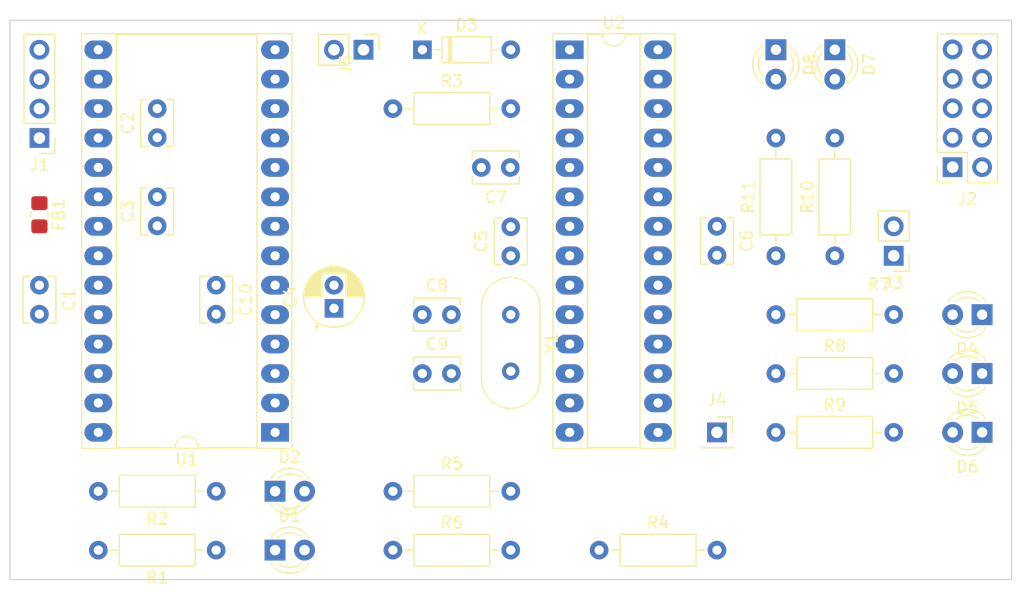
<source format=kicad_pcb>
(kicad_pcb (version 20211014) (generator pcbnew)
  (layers (0 "F.Cu" signal) (31 "B.Cu" signal) (34 "B.Paste" user) (35 "F.Paste" user) (36 "B.SilkS" user "B.Silkscreen") (37 "F.SilkS" user "F.Silkscreen") (38 "B.Mask" user) (39 "F.Mask" user) (44 "Edge.Cuts" user))
  (net 0 "")
  (net 1 "VCC")
  (net 2 "GND")
  (net 3 "Net-(C2-Pad2)")
  (net 4 "/RESET_AT")
  (net 5 "/XTAL1_AT")
  (net 6 "/XTAL2_AT")
  (net 7 "Net-(D1-Pad1)")
  (net 8 "Net-(D2-Pad1)")
  (net 9 "Net-(FB1-Pad1)")
  (net 10 "/USB_D-")
  (net 11 "/USB_D+")
  (net 12 "Net-(J2-Pad2)")
  (net 14 "/MISO_PRG")
  (net 15 "/MOSI_PRG")
  (net 16 "/SCK_PRG")
  (net 17 "/RST_PRG#")
  (net 18 "/DTR_FT232#")
  (net 19 "/RXD_FT232")
  (net 20 "/MISO_AT")
  (net 21 "/MOSI_AT")
  (net 22 "/SCK_AT")
  (net 23 "/RTS_FT232#")
  (net 24 "/TXD_FT232")
  (net 26 "/TXLED#")
  (net 27 "/RXLED#")
  (net 38 "/RED_AT")
  (net 39 "/YELLOW_AT")
  (net 40 "/GREEN_AT")
  (net 42 "/EMCLK_AT")
  (net 47 "Net-(D4-Pad2)")
  (net 48 "Net-(D5-Pad2)")
  (net 49 "Net-(D6-Pad2)")
  (net 50 "Net-(D7-Pad2)")
  (net 51 "Net-(D8-Pad2)")
  (footprint "LED_THT:LED_D3.0mm" (layer "F.Cu") (at 109.22 91.44 180)
    (fp_text reference "D6" (at 1.27 -2.96) (layer "F.SilkS"))
    (fp_text value "GLED")
    (pad "1" thru_hole rect (at 0 0 180) (size 1.8 1.8) (drill 0.9) (layers *.Cu *.Mask) (net 2 "GND"))
    (pad "2" thru_hole circle (at 2.54 0 180) (size 1.8 1.8) (drill 0.9) (layers *.Cu *.Mask) (net 49 "Net-(D6-Pad2)"))
  )
  (footprint "Capacitor_THT:C_Disc_D3.8mm_W2.6mm_P2.50mm" (layer "F.Cu") (at 68.58 76.2 90)
    (fp_text reference "C5" (at 1.25 -2.55 90) (layer "F.SilkS"))
    (fp_text value "100nF")
    (pad "1" thru_hole circle (at 0 0 90) (size 1.6 1.6) (drill 0.8) (layers *.Cu *.Mask) (net 2 "GND"))
    (pad "2" thru_hole circle (at 2.5 0 90) (size 1.6 1.6) (drill 0.8) (layers *.Cu *.Mask) (net 1 "VCC"))
  )
  (footprint "Capacitor_THT:C_Disc_D3.8mm_W2.6mm_P2.50mm" (layer "F.Cu") (at 38.1 66 90)
    (fp_text reference "C2" (at 1.25 -2.55 90) (layer "F.SilkS"))
    (fp_text value "100nF")
    (pad "1" thru_hole circle (at 0 0 90) (size 1.6 1.6) (drill 0.8) (layers *.Cu *.Mask) (net 2 "GND"))
    (pad "2" thru_hole circle (at 2.5 0 90) (size 1.6 1.6) (drill 0.8) (layers *.Cu *.Mask) (net 3 "Net-(C2-Pad2)"))
  )
  (footprint "Resistor_THT:R_Axial_DIN0207_L6.3mm_D2.5mm_P10.16mm_Horizontal" (layer "F.Cu") (at 58.42 63.5)
    (fp_text reference "R3" (at 5.08 -2.37) (layer "F.SilkS"))
    (fp_text value "4.7k")
    (pad "1" thru_hole circle (at 0 0) (size 1.6 1.6) (drill 0.8) (layers *.Cu *.Mask) (net 1 "VCC"))
    (pad "2" thru_hole oval (at 10.16 0) (size 1.6 1.6) (drill 0.8) (layers *.Cu *.Mask) (net 4 "/RESET_AT"))
  )
  (footprint "Resistor_THT:R_Axial_DIN0207_L6.3mm_D2.5mm_P10.16mm_Horizontal" (layer "F.Cu") (at 43.18 96.52 180)
    (fp_text reference "R2" (at 5.08 -2.37) (layer "F.SilkS"))
    (fp_text value "1.5k")
    (pad "1" thru_hole circle (at 0 0 180) (size 1.6 1.6) (drill 0.8) (layers *.Cu *.Mask) (net 8 "Net-(D2-Pad1)"))
    (pad "2" thru_hole oval (at 10.16 0 180) (size 1.6 1.6) (drill 0.8) (layers *.Cu *.Mask) (net 27 "/RXLED#"))
  )
  (footprint "LED_THT:LED_D3.0mm" (layer "F.Cu") (at 109.22 86.36 180)
    (fp_text reference "D5" (at 1.27 -2.96) (layer "F.SilkS"))
    (fp_text value "YLED")
    (pad "1" thru_hole rect (at 0 0 180) (size 1.8 1.8) (drill 0.9) (layers *.Cu *.Mask) (net 2 "GND"))
    (pad "2" thru_hole circle (at 2.54 0 180) (size 1.8 1.8) (drill 0.9) (layers *.Cu *.Mask) (net 48 "Net-(D5-Pad2)"))
  )
  (footprint "Resistor_THT:R_Axial_DIN0207_L6.3mm_D2.5mm_P10.16mm_Horizontal" (layer "F.Cu") (at 58.42 101.6)
    (fp_text reference "R6" (at 5.08 -2.37) (layer "F.SilkS"))
    (fp_text value "1k")
    (pad "1" thru_hole circle (at 0 0) (size 1.6 1.6) (drill 0.8) (layers *.Cu *.Mask) (net 24 "/TXD_FT232"))
    (pad "2" thru_hole oval (at 10.16 0) (size 1.6 1.6) (drill 0.8) (layers *.Cu *.Mask) (net 22 "/SCK_AT"))
  )
  (footprint "Capacitor_THT:C_Disc_D3.8mm_W2.6mm_P2.50mm" (layer "F.Cu") (at 38.1 73.62 90)
    (fp_text reference "C3" (at 1.25 -2.55 90) (layer "F.SilkS"))
    (fp_text value "100nF")
    (pad "1" thru_hole circle (at 0 0 90) (size 1.6 1.6) (drill 0.8) (layers *.Cu *.Mask) (net 2 "GND"))
    (pad "2" thru_hole circle (at 2.5 0 90) (size 1.6 1.6) (drill 0.8) (layers *.Cu *.Mask) (net 1 "VCC"))
  )
  (footprint "LED_THT:LED_D3.0mm" (layer "F.Cu") (at 48.26 101.6)
    (fp_text reference "D1" (at 1.27 -2.96) (layer "F.SilkS"))
    (fp_text value "LED")
    (pad "1" thru_hole rect (at 0 0) (size 1.8 1.8) (drill 0.9) (layers *.Cu *.Mask) (net 7 "Net-(D1-Pad1)"))
    (pad "2" thru_hole circle (at 2.54 0) (size 1.8 1.8) (drill 0.9) (layers *.Cu *.Mask) (net 1 "VCC"))
  )
  (footprint "LED_THT:LED_D3.0mm" (layer "F.Cu") (at 91.44 58.42 -90)
    (fp_text reference "D8" (at 1.27 -2.96 90) (layer "F.SilkS"))
    (fp_text value "PWRLED")
    (pad "1" thru_hole rect (at 0 0 270) (size 1.8 1.8) (drill 0.9) (layers *.Cu *.Mask) (net 2 "GND"))
    (pad "2" thru_hole circle (at 2.54 0 270) (size 1.8 1.8) (drill 0.9) (layers *.Cu *.Mask) (net 51 "Net-(D8-Pad2)"))
  )
  (footprint "Resistor_THT:R_Axial_DIN0207_L6.3mm_D2.5mm_P10.16mm_Horizontal" (layer "F.Cu") (at 91.44 91.44)
    (fp_text reference "R9" (at 5.08 -2.37) (layer "F.SilkS"))
    (fp_text value "1.5k")
    (pad "1" thru_hole circle (at 0 0) (size 1.6 1.6) (drill 0.8) (layers *.Cu *.Mask) (net 40 "/GREEN_AT"))
    (pad "2" thru_hole oval (at 10.16 0) (size 1.6 1.6) (drill 0.8) (layers *.Cu *.Mask) (net 49 "Net-(D6-Pad2)"))
  )
  (footprint "Crystal:Crystal_HC49-U_Vertical" (layer "F.Cu") (at 68.58 81.28 -90)
    (fp_text reference "Y1" (at 2.44 -3.525 90) (layer "F.SilkS"))
    (fp_text value "16MHz")
    (pad "1" thru_hole circle (at 0 0 270) (size 1.5 1.5) (drill 0.8) (layers *.Cu *.Mask) (net 5 "/XTAL1_AT"))
    (pad "2" thru_hole circle (at 4.88 0 270) (size 1.5 1.5) (drill 0.8) (layers *.Cu *.Mask) (net 6 "/XTAL2_AT"))
  )
  (footprint "Package_DIP:DIP-28_W15.24mm_Socket_LongPads" (layer "F.Cu") (at 48.26 91.44 180)
    (fp_text reference "U1" (at 7.62 -2.33) (layer "F.SilkS"))
    (fp_text value "FT232RL")
    (pad "1" thru_hole rect (at 0 0 180) (size 2.4 1.6) (drill 0.8) (layers *.Cu *.Mask) (net 24 "/TXD_FT232"))
    (pad "2" thru_hole oval (at 0 2.54 180) (size 2.4 1.6) (drill 0.8) (layers *.Cu *.Mask) (net 18 "/DTR_FT232#"))
    (pad "3" thru_hole oval (at 0 5.08 180) (size 2.4 1.6) (drill 0.8) (layers *.Cu *.Mask) (net 23 "/RTS_FT232#"))
    (pad "4" thru_hole oval (at 0 7.62 180) (size 2.4 1.6) (drill 0.8) (layers *.Cu *.Mask) (net 1 "VCC"))
    (pad "5" thru_hole oval (at 0 10.16 180) (size 2.4 1.6) (drill 0.8) (layers *.Cu *.Mask) (net 19 "/RXD_FT232"))
    (pad "6" thru_hole oval (at 0 12.7 180) (size 2.4 1.6) (drill 0.8) (layers *.Cu *.Mask))
    (pad "7" thru_hole oval (at 0 15.24 180) (size 2.4 1.6) (drill 0.8) (layers *.Cu *.Mask) (net 2 "GND"))
    (pad "8" thru_hole oval (at 0 17.78 180) (size 2.4 1.6) (drill 0.8) (layers *.Cu *.Mask))
    (pad "9" thru_hole oval (at 0 20.32 180) (size 2.4 1.6) (drill 0.8) (layers *.Cu *.Mask))
    (pad "10" thru_hole oval (at 0 22.86 180) (size 2.4 1.6) (drill 0.8) (layers *.Cu *.Mask))
    (pad "11" thru_hole oval (at 0 25.4 180) (size 2.4 1.6) (drill 0.8) (layers *.Cu *.Mask))
    (pad "12" thru_hole oval (at 0 27.94 180) (size 2.4 1.6) (drill 0.8) (layers *.Cu *.Mask))
    (pad "13" thru_hole oval (at 0 30.48 180) (size 2.4 1.6) (drill 0.8) (layers *.Cu *.Mask))
    (pad "14" thru_hole oval (at 0 33.02 180) (size 2.4 1.6) (drill 0.8) (layers *.Cu *.Mask))
    (pad "15" thru_hole oval (at 15.24 33.02 180) (size 2.4 1.6) (drill 0.8) (layers *.Cu *.Mask) (net 11 "/USB_D+"))
    (pad "16" thru_hole oval (at 15.24 30.48 180) (size 2.4 1.6) (drill 0.8) (layers *.Cu *.Mask) (net 10 "/USB_D-"))
    (pad "17" thru_hole oval (at 15.24 27.94 180) (size 2.4 1.6) (drill 0.8) (layers *.Cu *.Mask) (net 3 "Net-(C2-Pad2)"))
    (pad "18" thru_hole oval (at 15.24 25.4 180) (size 2.4 1.6) (drill 0.8) (layers *.Cu *.Mask) (net 2 "GND"))
    (pad "19" thru_hole oval (at 15.24 22.86 180) (size 2.4 1.6) (drill 0.8) (layers *.Cu *.Mask))
    (pad "20" thru_hole oval (at 15.24 20.32 180) (size 2.4 1.6) (drill 0.8) (layers *.Cu *.Mask) (net 1 "VCC"))
    (pad "21" thru_hole oval (at 15.24 17.78 180) (size 2.4 1.6) (drill 0.8) (layers *.Cu *.Mask) (net 2 "GND"))
    (pad "22" thru_hole oval (at 15.24 15.24 180) (size 2.4 1.6) (drill 0.8) (layers *.Cu *.Mask) (net 27 "/RXLED#"))
    (pad "23" thru_hole oval (at 15.24 12.7 180) (size 2.4 1.6) (drill 0.8) (layers *.Cu *.Mask) (net 26 "/TXLED#"))
    (pad "24" thru_hole oval (at 15.24 10.16 180) (size 2.4 1.6) (drill 0.8) (layers *.Cu *.Mask))
    (pad "25" thru_hole oval (at 15.24 7.62 180) (size 2.4 1.6) (drill 0.8) (layers *.Cu *.Mask) (net 2 "GND"))
    (pad "26" thru_hole oval (at 15.24 5.08 180) (size 2.4 1.6) (drill 0.8) (layers *.Cu *.Mask) (net 2 "GND"))
    (pad "27" thru_hole oval (at 15.24 2.54 180) (size 2.4 1.6) (drill 0.8) (layers *.Cu *.Mask))
    (pad "28" thru_hole oval (at 15.24 0 180) (size 2.4 1.6) (drill 0.8) (layers *.Cu *.Mask))
  )
  (footprint "Resistor_THT:R_Axial_DIN0207_L6.3mm_D2.5mm_P10.16mm_Horizontal" (layer "F.Cu") (at 91.44 86.36)
    (fp_text reference "R8" (at 5.08 -2.37) (layer "F.SilkS"))
    (fp_text value "1.6k")
    (pad "1" thru_hole circle (at 0 0) (size 1.6 1.6) (drill 0.8) (layers *.Cu *.Mask) (net 39 "/YELLOW_AT"))
    (pad "2" thru_hole oval (at 10.16 0) (size 1.6 1.6) (drill 0.8) (layers *.Cu *.Mask) (net 48 "Net-(D5-Pad2)"))
  )
  (footprint "Connector_PinHeader_2.54mm:PinHeader_1x02_P2.54mm_Vertical" (layer "F.Cu") (at 101.6 76.2 180)
    (fp_text reference "J3" (at 0 -2.33) (layer "F.SilkS"))
    (fp_text value "PROG_PWR")
    (pad "1" thru_hole rect (at 0 0 180) (size 1.7 1.7) (drill 1) (layers *.Cu *.Mask) (net 12 "Net-(J2-Pad2)"))
    (pad "2" thru_hole oval (at 0 2.54 180) (size 1.7 1.7) (drill 1) (layers *.Cu *.Mask) (net 1 "VCC"))
  )
  (footprint "Resistor_THT:R_Axial_DIN0207_L6.3mm_D2.5mm_P10.16mm_Horizontal" (layer "F.Cu") (at 91.44 76.2 90)
    (fp_text reference "R11" (at 5.08 -2.37 90) (layer "F.SilkS"))
    (fp_text value "1.5k")
    (pad "1" thru_hole circle (at 0 0 90) (size 1.6 1.6) (drill 0.8) (layers *.Cu *.Mask) (net 1 "VCC"))
    (pad "2" thru_hole oval (at 10.16 0 90) (size 1.6 1.6) (drill 0.8) (layers *.Cu *.Mask) (net 51 "Net-(D8-Pad2)"))
  )
  (footprint "LED_THT:LED_D3.0mm" (layer "F.Cu") (at 96.52 58.42 -90)
    (fp_text reference "D7" (at 1.27 -2.96 -270) (layer "F.SilkS"))
    (fp_text value "PPWRLED")
    (pad "1" thru_hole rect (at 0 0 270) (size 1.8 1.8) (drill 0.9) (layers *.Cu *.Mask) (net 2 "GND"))
    (pad "2" thru_hole circle (at 2.54 0 270) (size 1.8 1.8) (drill 0.9) (layers *.Cu *.Mask) (net 50 "Net-(D7-Pad2)"))
  )
  (footprint "Resistor_THT:R_Axial_DIN0207_L6.3mm_D2.5mm_P10.16mm_Horizontal" (layer "F.Cu") (at 43.18 101.6 180)
    (fp_text reference "R1" (at 5.08 -2.37) (layer "F.SilkS"))
    (fp_text value "1.5k")
    (pad "1" thru_hole circle (at 0 0 180) (size 1.6 1.6) (drill 0.8) (layers *.Cu *.Mask) (net 7 "Net-(D1-Pad1)"))
    (pad "2" thru_hole oval (at 10.16 0 180) (size 1.6 1.6) (drill 0.8) (layers *.Cu *.Mask) (net 26 "/TXLED#"))
  )
  (footprint "Capacitor_THT:C_Disc_D3.8mm_W2.6mm_P2.50mm" (layer "F.Cu") (at 43.18 78.74 -90)
    (fp_text reference "C10" (at 1.25 -2.55 90) (layer "F.SilkS"))
    (fp_text value "100nF")
    (pad "1" thru_hole circle (at 0 0 270) (size 1.6 1.6) (drill 0.8) (layers *.Cu *.Mask) (net 2 "GND"))
    (pad "2" thru_hole circle (at 2.5 0 270) (size 1.6 1.6) (drill 0.8) (layers *.Cu *.Mask) (net 1 "VCC"))
  )
  (footprint "Capacitor_THT:CP_Radial_D5.0mm_P2.00mm" (layer "F.Cu") (at 53.34 80.74 90)
    (fp_text reference "C4" (at 1 -3.75 90) (layer "F.SilkS"))
    (fp_text value "4.7uF")
    (pad "1" thru_hole rect (at 0 0 90) (size 1.6 1.6) (drill 0.8) (layers *.Cu *.Mask) (net 1 "VCC"))
    (pad "2" thru_hole circle (at 2 0 90) (size 1.6 1.6) (drill 0.8) (layers *.Cu *.Mask) (net 2 "GND"))
  )
  (footprint "Connector_PinHeader_2.54mm:PinHeader_1x02_P2.54mm_Vertical" (layer "F.Cu") (at 55.88 58.42 -90)
    (fp_text reference "J5" (at 1.27 1.48 90) (layer "F.SilkS"))
    (fp_text value "SELF_PROG")
    (pad "1" thru_hole rect (at 0 0 270) (size 1.7 1.7) (drill 1) (layers *.Cu *.Mask) (net 4 "/RESET_AT"))
    (pad "2" thru_hole oval (at 0 2.54 270) (size 1.7 1.7) (drill 1) (layers *.Cu *.Mask) (net 18 "/DTR_FT232#"))
  )
  (footprint "Resistor_THT:R_Axial_DIN0207_L6.3mm_D2.5mm_P10.16mm_Horizontal" (layer "F.Cu") (at 91.44 81.28)
    (fp_text reference "R7" (at 8.89 -2.6) (layer "F.SilkS"))
    (fp_text value "1.8k")
    (pad "1" thru_hole circle (at 0 0) (size 1.6 1.6) (drill 0.8) (layers *.Cu *.Mask) (net 38 "/RED_AT"))
    (pad "2" thru_hole oval (at 10.16 0) (size 1.6 1.6) (drill 0.8) (layers *.Cu *.Mask) (net 47 "Net-(D4-Pad2)"))
  )
  (footprint "Resistor_SMD:R_0805_2012Metric_Pad1.20x1.40mm_HandSolder" (layer "F.Cu") (at 27.94 72.66 -90)
    (fp_text reference "FB1" (at 0 -1.65 90) (layer "F.SilkS"))
    (fp_text value "FerriteBead")
    (pad "1" smd roundrect (at -1 0 270) (size 1.2 1.4) (layers "F.Cu" "F.Paste" "F.Mask") (roundrect_rratio 0.208333) (net 9 "Net-(FB1-Pad1)"))
    (pad "2" smd roundrect (at 1 0 270) (size 1.2 1.4) (layers "F.Cu" "F.Paste" "F.Mask") (roundrect_rratio 0.208333) (net 1 "VCC"))
  )
  (footprint "Capacitor_THT:C_Disc_D3.8mm_W2.6mm_P2.50mm" (layer "F.Cu") (at 60.96 81.28)
    (fp_text reference "C8" (at 1.25 -2.55) (layer "F.SilkS"))
    (fp_text value "22pF")
    (pad "1" thru_hole circle (at 0 0) (size 1.6 1.6) (drill 0.8) (layers *.Cu *.Mask) (net 2 "GND"))
    (pad "2" thru_hole circle (at 2.5 0) (size 1.6 1.6) (drill 0.8) (layers *.Cu *.Mask) (net 5 "/XTAL1_AT"))
  )
  (footprint "Capacitor_THT:C_Disc_D3.8mm_W2.6mm_P2.50mm" (layer "F.Cu") (at 27.94 78.74 -90)
    (fp_text reference "C1" (at 1.25 -2.55 90) (layer "F.SilkS"))
    (fp_text value "10nF")
    (pad "1" thru_hole circle (at 0 0 270) (size 1.6 1.6) (drill 0.8) (layers *.Cu *.Mask) (net 1 "VCC"))
    (pad "2" thru_hole circle (at 2.5 0 270) (size 1.6 1.6) (drill 0.8) (layers *.Cu *.Mask) (net 2 "GND"))
  )
  (footprint "Resistor_THT:R_Axial_DIN0207_L6.3mm_D2.5mm_P10.16mm_Horizontal" (layer "F.Cu") (at 76.2 101.6)
    (fp_text reference "R4" (at 5.08 -2.37) (layer "F.SilkS"))
    (fp_text value "1k")
    (pad "1" thru_hole circle (at 0 0) (size 1.6 1.6) (drill 0.8) (layers *.Cu *.Mask) (net 19 "/RXD_FT232"))
    (pad "2" thru_hole oval (at 10.16 0) (size 1.6 1.6) (drill 0.8) (layers *.Cu *.Mask) (net 20 "/MISO_AT"))
  )
  (footprint "Capacitor_THT:C_Disc_D3.8mm_W2.6mm_P2.50mm" (layer "F.Cu") (at 60.96 86.36)
    (fp_text reference "C9" (at 1.25 -2.55) (layer "F.SilkS"))
    (fp_text value "22pF")
    (pad "1" thru_hole circle (at 0 0) (size 1.6 1.6) (drill 0.8) (layers *.Cu *.Mask) (net 2 "GND"))
    (pad "2" thru_hole circle (at 2.5 0) (size 1.6 1.6) (drill 0.8) (layers *.Cu *.Mask) (net 6 "/XTAL2_AT"))
  )
  (footprint "Resistor_THT:R_Axial_DIN0207_L6.3mm_D2.5mm_P10.16mm_Horizontal" (layer "F.Cu") (at 58.42 96.52)
    (fp_text reference "R5" (at 5.08 -2.37) (layer "F.SilkS"))
    (fp_text value "1k")
    (pad "1" thru_hole circle (at 0 0) (size 1.6 1.6) (drill 0.8) (layers *.Cu *.Mask) (net 23 "/RTS_FT232#"))
    (pad "2" thru_hole oval (at 10.16 0) (size 1.6 1.6) (drill 0.8) (layers *.Cu *.Mask) (net 21 "/MOSI_AT"))
  )
  (footprint "Connector_PinSocket_2.54mm:PinSocket_1x01_P2.54mm_Vertical" (layer "F.Cu") (at 86.36 91.44)
    (fp_text reference "J4" (at 0 -2.77) (layer "F.SilkS"))
    (fp_text value "EMCLK")
    (pad "1" thru_hole rect (at 0 0) (size 1.7 1.7) (drill 1) (layers *.Cu *.Mask) (net 42 "/EMCLK_AT"))
  )
  (footprint "Capacitor_THT:C_Disc_D3.8mm_W2.6mm_P2.50mm" (layer "F.Cu") (at 86.36 73.66 -90)
    (fp_text reference "C6" (at 1.25 -2.55 90) (layer "F.SilkS"))
    (fp_text value "100nF")
    (pad "1" thru_hole circle (at 0 0 270) (size 1.6 1.6) (drill 0.8) (layers *.Cu *.Mask) (net 2 "GND"))
    (pad "2" thru_hole circle (at 2.5 0 270) (size 1.6 1.6) (drill 0.8) (layers *.Cu *.Mask) (net 1 "VCC"))
  )
  (footprint "Connector_PinHeader_2.54mm:PinHeader_1x04_P2.54mm_Vertical" (layer "F.Cu") (at 27.94 66.04 180)
    (fp_text reference "J1" (at 0 -2.33 180) (layer "F.SilkS"))
    (fp_text value "USB_B")
    (pad "1" thru_hole rect (at 0 0 180) (size 1.7 1.7) (drill 1) (layers *.Cu *.Mask) (net 2 "GND"))
    (pad "2" thru_hole oval (at 0 2.54 180) (size 1.7 1.7) (drill 1) (layers *.Cu *.Mask) (net 9 "Net-(FB1-Pad1)"))
    (pad "3" thru_hole oval (at 0 5.08 180) (size 1.7 1.7) (drill 1) (layers *.Cu *.Mask) (net 10 "/USB_D-"))
    (pad "4" thru_hole oval (at 0 7.62 180) (size 1.7 1.7) (drill 1) (layers *.Cu *.Mask) (net 11 "/USB_D+"))
  )
  (footprint "LED_THT:LED_D3.0mm" (layer "F.Cu") (at 48.26 96.52)
    (fp_text reference "D2" (at 1.27 -2.96) (layer "F.SilkS"))
    (fp_text value "LED")
    (pad "1" thru_hole rect (at 0 0) (size 1.8 1.8) (drill 0.9) (layers *.Cu *.Mask) (net 8 "Net-(D2-Pad1)"))
    (pad "2" thru_hole circle (at 2.54 0) (size 1.8 1.8) (drill 0.9) (layers *.Cu *.Mask) (net 1 "VCC"))
  )
  (footprint "Connector_PinSocket_2.54mm:PinSocket_2x05_P2.54mm_Vertical" (layer "F.Cu") (at 106.68 68.55 180)
    (fp_text reference "J2" (at -1.27 -2.77) (layer "F.SilkS"))
    (fp_text value "AVR-ISP-10")
    (pad "1" thru_hole rect (at 0 0 180) (size 1.7 1.7) (drill 1) (layers *.Cu *.Mask) (net 15 "/MOSI_PRG"))
    (pad "2" thru_hole oval (at -2.54 0 180) (size 1.7 1.7) (drill 1) (layers *.Cu *.Mask) (net 12 "Net-(J2-Pad2)"))
    (pad "3" thru_hole oval (at 0 2.54 180) (size 1.7 1.7) (drill 1) (layers *.Cu *.Mask))
    (pad "4" thru_hole oval (at -2.54 2.54 180) (size 1.7 1.7) (drill 1) (layers *.Cu *.Mask) (net 2 "GND"))
    (pad "5" thru_hole oval (at 0 5.08 180) (size 1.7 1.7) (drill 1) (layers *.Cu *.Mask) (net 17 "/RST_PRG#"))
    (pad "6" thru_hole oval (at -2.54 5.08 180) (size 1.7 1.7) (drill 1) (layers *.Cu *.Mask) (net 2 "GND"))
    (pad "7" thru_hole oval (at 0 7.62 180) (size 1.7 1.7) (drill 1) (layers *.Cu *.Mask) (net 16 "/SCK_PRG"))
    (pad "8" thru_hole oval (at -2.54 7.62 180) (size 1.7 1.7) (drill 1) (layers *.Cu *.Mask) (net 2 "GND"))
    (pad "9" thru_hole oval (at 0 10.16 180) (size 1.7 1.7) (drill 1) (layers *.Cu *.Mask) (net 14 "/MISO_PRG"))
    (pad "10" thru_hole oval (at -2.54 10.16 180) (size 1.7 1.7) (drill 1) (layers *.Cu *.Mask) (net 2 "GND"))
  )
  (footprint "LED_THT:LED_D3.0mm" (layer "F.Cu") (at 109.22 81.28 180)
    (fp_text reference "D4" (at 1.27 -2.96) (layer "F.SilkS"))
    (fp_text value "RLED")
    (pad "1" thru_hole rect (at 0 0 180) (size 1.8 1.8) (drill 0.9) (layers *.Cu *.Mask) (net 2 "GND"))
    (pad "2" thru_hole circle (at 2.54 0 180) (size 1.8 1.8) (drill 0.9) (layers *.Cu *.Mask) (net 47 "Net-(D4-Pad2)"))
  )
  (footprint "Capacitor_THT:C_Disc_D3.8mm_W2.6mm_P2.50mm" (layer "F.Cu") (at 68.54 68.58 180)
    (fp_text reference "C7" (at 1.25 -2.55) (layer "F.SilkS"))
    (fp_text value "100nF")
    (pad "1" thru_hole circle (at 0 0 180) (size 1.6 1.6) (drill 0.8) (layers *.Cu *.Mask) (net 2 "GND"))
    (pad "2" thru_hole circle (at 2.5 0 180) (size 1.6 1.6) (drill 0.8) (layers *.Cu *.Mask) (net 4 "/RESET_AT"))
  )
  (footprint "Diode_THT:D_DO-35_SOD27_P7.62mm_Horizontal" (layer "F.Cu") (at 60.96 58.42)
    (fp_text reference "D3" (at 3.81 -2.12) (layer "F.SilkS"))
    (fp_text value "1N4148")
    (fp_text user "K" (at 0 -1.8) (layer "F.SilkS"))
    (pad "1" thru_hole rect (at 0 0) (size 1.6 1.6) (drill 0.8) (layers *.Cu *.Mask) (net 1 "VCC"))
    (pad "2" thru_hole oval (at 7.62 0) (size 1.6 1.6) (drill 0.8) (layers *.Cu *.Mask) (net 4 "/RESET_AT"))
  )
  (footprint "Resistor_THT:R_Axial_DIN0207_L6.3mm_D2.5mm_P10.16mm_Horizontal" (layer "F.Cu") (at 96.52 76.2 90)
    (fp_text reference "R10" (at 5.08 -2.37 90) (layer "F.SilkS"))
    (fp_text value "1.5k")
    (pad "1" thru_hole circle (at 0 0 90) (size 1.6 1.6) (drill 0.8) (layers *.Cu *.Mask) (net 12 "Net-(J2-Pad2)"))
    (pad "2" thru_hole oval (at 10.16 0 90) (size 1.6 1.6) (drill 0.8) (layers *.Cu *.Mask) (net 50 "Net-(D7-Pad2)"))
  )
  (footprint "Package_DIP:DIP-28_W7.62mm_Socket_LongPads" (layer "F.Cu") (at 73.66 58.42)
    (fp_text reference "U2" (at 3.81 -2.33) (layer "F.SilkS"))
    (fp_text value "ATmega8A-P")
    (pad "1" thru_hole rect (at 0 0) (size 2.4 1.6) (drill 0.8) (layers *.Cu *.Mask) (net 4 "/RESET_AT"))
    (pad "2" thru_hole oval (at 0 2.54) (size 2.4 1.6) (drill 0.8) (layers *.Cu *.Mask) (net 24 "/TXD_FT232"))
    (pad "3" thru_hole oval (at 0 5.08) (size 2.4 1.6) (drill 0.8) (layers *.Cu *.Mask) (net 19 "/RXD_FT232"))
    (pad "4" thru_hole oval (at 0 7.62) (size 2.4 1.6) (drill 0.8) (layers *.Cu *.Mask))
    (pad "5" thru_hole oval (at 0 10.16) (size 2.4 1.6) (drill 0.8) (layers *.Cu *.Mask))
    (pad "6" thru_hole oval (at 0 12.7) (size 2.4 1.6) (drill 0.8) (layers *.Cu *.Mask))
    (pad "7" thru_hole oval (at 0 15.24) (size 2.4 1.6) (drill 0.8) (layers *.Cu *.Mask) (net 1 "VCC"))
    (pad "8" thru_hole oval (at 0 17.78) (size 2.4 1.6) (drill 0.8) (layers *.Cu *.Mask) (net 2 "GND"))
    (pad "9" thru_hole oval (at 0 20.32) (size 2.4 1.6) (drill 0.8) (layers *.Cu *.Mask) (net 5 "/XTAL1_AT"))
    (pad "10" thru_hole oval (at 0 22.86) (size 2.4 1.6) (drill 0.8) (layers *.Cu *.Mask) (net 6 "/XTAL2_AT"))
    (pad "11" thru_hole oval (at 0 25.4) (size 2.4 1.6) (drill 0.8) (layers *.Cu *.Mask) (net 38 "/RED_AT"))
    (pad "12" thru_hole oval (at 0 27.94) (size 2.4 1.6) (drill 0.8) (layers *.Cu *.Mask) (net 39 "/YELLOW_AT"))
    (pad "13" thru_hole oval (at 0 30.48) (size 2.4 1.6) (drill 0.8) (layers *.Cu *.Mask) (net 40 "/GREEN_AT"))
    (pad "14" thru_hole oval (at 0 33.02) (size 2.4 1.6) (drill 0.8) (layers *.Cu *.Mask))
    (pad "15" thru_hole oval (at 7.62 33.02) (size 2.4 1.6) (drill 0.8) (layers *.Cu *.Mask) (net 42 "/EMCLK_AT"))
    (pad "16" thru_hole oval (at 7.62 30.48) (size 2.4 1.6) (drill 0.8) (layers *.Cu *.Mask))
    (pad "17" thru_hole oval (at 7.62 27.94) (size 2.4 1.6) (drill 0.8) (layers *.Cu *.Mask) (net 21 "/MOSI_AT"))
    (pad "18" thru_hole oval (at 7.62 25.4) (size 2.4 1.6) (drill 0.8) (layers *.Cu *.Mask) (net 20 "/MISO_AT"))
    (pad "19" thru_hole oval (at 7.62 22.86) (size 2.4 1.6) (drill 0.8) (layers *.Cu *.Mask) (net 22 "/SCK_AT"))
    (pad "20" thru_hole oval (at 7.62 20.32) (size 2.4 1.6) (drill 0.8) (layers *.Cu *.Mask) (net 1 "VCC"))
    (pad "21" thru_hole oval (at 7.62 17.78) (size 2.4 1.6) (drill 0.8) (layers *.Cu *.Mask))
    (pad "22" thru_hole oval (at 7.62 15.24) (size 2.4 1.6) (drill 0.8) (layers *.Cu *.Mask) (net 2 "GND"))
    (pad "23" thru_hole oval (at 7.62 12.7) (size 2.4 1.6) (drill 0.8) (layers *.Cu *.Mask))
    (pad "24" thru_hole oval (at 7.62 10.16) (size 2.4 1.6) (drill 0.8) (layers *.Cu *.Mask))
    (pad "25" thru_hole oval (at 7.62 7.62) (size 2.4 1.6) (drill 0.8) (layers *.Cu *.Mask) (net 16 "/SCK_PRG"))
    (pad "26" thru_hole oval (at 7.62 5.08) (size 2.4 1.6) (drill 0.8) (layers *.Cu *.Mask) (net 15 "/MOSI_PRG"))
    (pad "27" thru_hole oval (at 7.62 2.54) (size 2.4 1.6) (drill 0.8) (layers *.Cu *.Mask) (net 14 "/MISO_PRG"))
    (pad "28" thru_hole oval (at 7.62 0) (size 2.4 1.6) (drill 0.8) (layers *.Cu *.Mask) (net 17 "/RST_PRG#"))
  )
  (gr_line (start 25.4 55.88) (end 111.76 55.88) (layer "Edge.Cuts") (width 0.1))
  (gr_line (start 25.4 104.14) (end 111.76 104.14) (layer "Edge.Cuts") (width 0.1))
  (gr_line (start 25.4 55.88) (end 25.4 104.14) (layer "Edge.Cuts") (width 0.1))
  (gr_line (start 111.76 55.88) (end 111.76 104.14) (layer "Edge.Cuts") (width 0.1))
)
</source>
